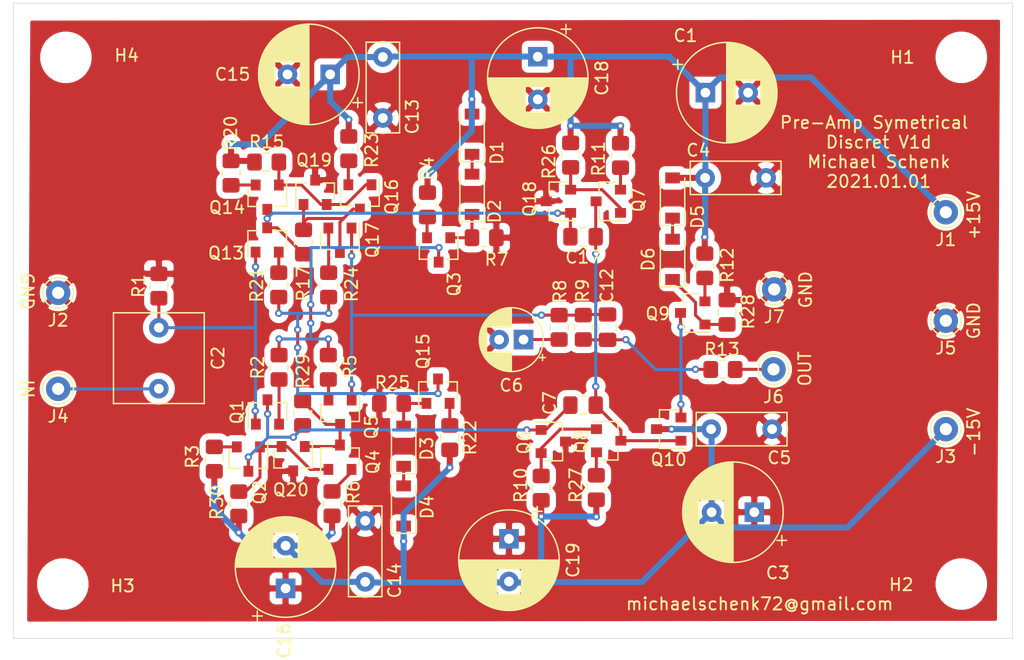
<source format=kicad_pcb>
(kicad_pcb (version 20171130) (host pcbnew "(5.1.8-0-10_14)")
  (layers (0 F.Cu signal) (31 B.Cu signal) (34 B.Paste user) (35 F.Paste user) (36 B.SilkS user) (37 F.SilkS user) (38 B.Mask user) (39 F.Mask user) (44 Edge.Cuts user))
  (net 0 "")
  (net 1 GND)
  (net 2 +15V)
  (net 3 "Net-(C2-Pad2)")
  (net 4 "Net-(C2-Pad1)")
  (net 5 -15V)
  (net 6 "Net-(C6-Pad1)")
  (net 7 "Net-(C7-Pad2)")
  (net 8 "Net-(D1-Pad1)")
  (net 9 "Net-(D2-Pad1)")
  (net 10 "Net-(J6-Pad1)")
  (net 11 "Net-(Q1-Pad2)")
  (net 12 "Net-(Q2-Pad2)")
  (net 13 "Net-(Q2-Pad1)")
  (net 14 "Net-(Q3-Pad3)")
  (net 15 "Net-(Q3-Pad2)")
  (net 16 "Net-(Q4-Pad2)")
  (net 17 "Net-(Q5-Pad2)")
  (net 18 "Net-(Q6-Pad2)")
  (net 19 "Net-(Q7-Pad2)")
  (net 20 "Net-(Q9-Pad2)")
  (net 21 "Net-(C12-Pad2)")
  (net 22 "Net-(C12-Pad1)")
  (net 23 "Net-(C17-Pad1)")
  (net 24 "Net-(C17-Pad2)")
  (net 25 "Net-(D3-Pad2)")
  (net 26 "Net-(D3-Pad1)")
  (net 27 "Net-(D5-Pad1)")
  (net 28 "Net-(D6-Pad1)")
  (net 29 "Net-(Q18-Pad2)")
  (net 30 "Net-(Q8-Pad2)")
  (net 31 "Net-(Q13-Pad2)")
  (net 32 "Net-(Q14-Pad2)")
  (net 33 "Net-(Q14-Pad1)")
  (net 34 "Net-(Q15-Pad3)")
  (net 35 "Net-(Q15-Pad2)")
  (net 36 "Net-(Q16-Pad2)")
  (net 37 "Net-(Q17-Pad2)")
  (net 38 "Net-(Q20-Pad1)")
  (net 39 "Net-(Q16-Pad3)")
  (module Capacitor_THT:CP_Radial_D8.0mm_P3.50mm (layer F.Cu) (at 178.6636 103.2256)
    (fp_text reference C1 (at -1.6383 -4.6736) (layer F.SilkS))
    (fp_text value 220uF)
    (pad 2 thru_hole circle (at 3.5 0) (size 1.6 1.6) (drill 0.8) (layers *.Cu *.Mask) (net 1 GND))
    (pad 1 thru_hole rect (at 0 0) (size 1.6 1.6) (drill 0.8) (layers *.Cu *.Mask) (net 2 +15V))
  )
  (module Resistor_SMD:R_0805_2012Metric_Pad1.20x1.40mm_HandSolder (layer F.Cu) (at 140.4112 136.9314 270)
    (fp_text reference R30 (at -0.127 1.8034 90) (layer F.SilkS))
    (fp_text value 1k)
    (pad 2 smd roundrect (at 1 0 270) (size 1.2 1.4) (layers F.Cu F.Paste F.Mask) (roundrect_rratio 0.2083325) (net 5 -15V))
    (pad 1 smd roundrect (at -1 0 270) (size 1.2 1.4) (layers F.Cu F.Paste F.Mask) (roundrect_rratio 0.2083325) (net 13 "Net-(Q2-Pad1)"))
  )
  (module Resistor_SMD:R_0805_2012Metric_Pad1.20x1.40mm_HandSolder (layer F.Cu) (at 145.6436 129.4986 270)
    (fp_text reference R29 (at -3.4638 -0.0254 90) (layer F.SilkS))
    (fp_text value 47k)
    (pad 2 smd roundrect (at 1 0 270) (size 1.2 1.4) (layers F.Cu F.Paste F.Mask) (roundrect_rratio 0.2083325) (net 7 "Net-(C7-Pad2)"))
    (pad 1 smd roundrect (at -1 0 270) (size 1.2 1.4) (layers F.Cu F.Paste F.Mask) (roundrect_rratio 0.2083325) (net 38 "Net-(Q20-Pad1)"))
  )
  (module Resistor_SMD:R_0805_2012Metric_Pad1.20x1.40mm_HandSolder (layer F.Cu) (at 145.7198 115.4684 270)
    (fp_text reference R17 (at 3.429 0.0254 90) (layer F.SilkS))
    (fp_text value 47k)
    (pad 2 smd roundrect (at 1 0 270) (size 1.2 1.4) (layers F.Cu F.Paste F.Mask) (roundrect_rratio 0.2083325) (net 24 "Net-(C17-Pad2)"))
    (pad 1 smd roundrect (at -1 0 270) (size 1.2 1.4) (layers F.Cu F.Paste F.Mask) (roundrect_rratio 0.2083325) (net 39 "Net-(Q16-Pad3)"))
  )
  (module Resistor_SMD:R_0805_2012Metric_Pad1.20x1.40mm_HandSolder (layer F.Cu) (at 142.6972 108.9152)
    (fp_text reference R15 (at 0 -1.65) (layer F.SilkS))
    (fp_text value 1k)
    (pad 2 smd roundrect (at 1 0) (size 1.2 1.4) (layers F.Cu F.Paste F.Mask) (roundrect_rratio 0.2083325) (net 33 "Net-(Q14-Pad1)"))
    (pad 1 smd roundrect (at -1 0) (size 1.2 1.4) (layers F.Cu F.Paste F.Mask) (roundrect_rratio 0.2083325) (net 2 +15V))
  )
  (module Package_TO_SOT_SMD:SOT-23 (layer F.Cu) (at 144.8714 133.2324 270)
    (fp_text reference Q20 (at 2.556 0.193 180) (layer F.SilkS))
    (fp_text value BC850C)
    (pad 3 smd rect (at 1 0 270) (size 0.9 0.8) (layers F.Cu F.Paste F.Mask) (net 1 GND))
    (pad 2 smd rect (at -1 0.95 270) (size 0.9 0.8) (layers F.Cu F.Paste F.Mask) (net 13 "Net-(Q2-Pad1)"))
    (pad 1 smd rect (at -1 -0.95 270) (size 0.9 0.8) (layers F.Cu F.Paste F.Mask) (net 38 "Net-(Q20-Pad1)"))
  )
  (module Package_TO_SOT_SMD:SOT-23 (layer F.Cu) (at 146.6698 111.395 90)
    (fp_text reference Q19 (at 2.6322 -0.0864 180) (layer F.SilkS))
    (fp_text value BC860C)
    (pad 3 smd rect (at 1 0 90) (size 0.9 0.8) (layers F.Cu F.Paste F.Mask) (net 1 GND))
    (pad 2 smd rect (at -1 0.95 90) (size 0.9 0.8) (layers F.Cu F.Paste F.Mask) (net 33 "Net-(Q14-Pad1)"))
    (pad 1 smd rect (at -1 -0.95 90) (size 0.9 0.8) (layers F.Cu F.Paste F.Mask) (net 39 "Net-(Q16-Pad3)"))
  )
  (module Capacitor_THT:CP_Radial_D8.0mm_P3.50mm (layer F.Cu) (at 162.56 139.8016 270)
    (fp_text reference C19 (at 1.75 -5.25 90) (layer F.SilkS))
    (fp_text value 220uF)
    (pad 2 thru_hole circle (at 3.5 0 270) (size 1.6 1.6) (drill 0.8) (layers *.Cu *.Mask) (net 5 -15V))
    (pad 1 thru_hole rect (at 0 0 270) (size 1.6 1.6) (drill 0.8) (layers *.Cu *.Mask) (net 1 GND))
  )
  (module Capacitor_THT:CP_Radial_D8.0mm_P3.50mm (layer F.Cu) (at 164.9222 100.2792 270)
    (fp_text reference C18 (at 1.75 -5.25 90) (layer F.SilkS))
    (fp_text value 220uF)
    (pad 2 thru_hole circle (at 3.5 0 270) (size 1.6 1.6) (drill 0.8) (layers *.Cu *.Mask) (net 1 GND))
    (pad 1 thru_hole rect (at 0 0 270) (size 1.6 1.6) (drill 0.8) (layers *.Cu *.Mask) (net 2 +15V))
  )
  (module Resistor_SMD:R_0805_2012Metric_Pad1.20x1.40mm_HandSolder (layer F.Cu) (at 138.4046 133.2644 270)
    (fp_text reference R3 (at -0.1938 1.8034 90) (layer F.SilkS))
    (fp_text value 68R)
    (pad 2 smd roundrect (at 1 0 270) (size 1.2 1.4) (layers F.Cu F.Paste F.Mask) (roundrect_rratio 0.2083325) (net 5 -15V))
    (pad 1 smd roundrect (at -1 0 270) (size 1.2 1.4) (layers F.Cu F.Paste F.Mask) (roundrect_rratio 0.2083325) (net 12 "Net-(Q2-Pad2)"))
  )
  (module Capacitor_THT:CP_Radial_D5.0mm_P2.00mm (layer F.Cu) (at 163.7538 123.4694 180)
    (fp_text reference C6 (at 1 -3.75) (layer F.SilkS))
    (fp_text value 100uF)
    (pad 2 thru_hole circle (at 2 0 180) (size 1.6 1.6) (drill 0.8) (layers *.Cu *.Mask) (net 1 GND))
    (pad 1 thru_hole rect (at 0 0 180) (size 1.6 1.6) (drill 0.8) (layers *.Cu *.Mask) (net 6 "Net-(C6-Pad1)"))
  )
  (module Package_TO_SOT_SMD:SOT-23 (layer F.Cu) (at 166.6146 112.1308 180)
    (fp_text reference Q18 (at 2.3528 0.193 90) (layer F.SilkS))
    (fp_text value BC860C)
    (pad 3 smd rect (at 1 0 180) (size 0.9 0.8) (layers F.Cu F.Paste F.Mask) (net 1 GND))
    (pad 2 smd rect (at -1 0.95 180) (size 0.9 0.8) (layers F.Cu F.Paste F.Mask) (net 29 "Net-(Q18-Pad2)"))
    (pad 1 smd rect (at -1 -0.95 180) (size 0.9 0.8) (layers F.Cu F.Paste F.Mask) (net 24 "Net-(C17-Pad2)"))
  )
  (module Resistor_SMD:R_0805_2012Metric_Pad1.20x1.40mm_HandSolder (layer F.Cu) (at 180.102 125.9205 180)
    (fp_text reference R13 (at 0.0795 1.651) (layer F.SilkS))
    (fp_text value 47R)
    (pad 2 smd roundrect (at 1 0 180) (size 1.2 1.4) (layers F.Cu F.Paste F.Mask) (roundrect_rratio 0.2083325) (net 22 "Net-(C12-Pad1)"))
    (pad 1 smd roundrect (at -1 0 180) (size 1.2 1.4) (layers F.Cu F.Paste F.Mask) (roundrect_rratio 0.2083325) (net 10 "Net-(J6-Pad1)"))
  )
  (module Resistor_SMD:R_0805_2012Metric_Pad1.20x1.40mm_HandSolder (layer F.Cu) (at 180.4416 121.2248 90)
    (fp_text reference R28 (at 0.0414 1.7145 90) (layer F.SilkS))
    (fp_text value 10k)
    (pad 2 smd roundrect (at 1 0 90) (size 1.2 1.4) (layers F.Cu F.Paste F.Mask) (roundrect_rratio 0.2083325) (net 1 GND))
    (pad 1 smd roundrect (at -1 0 90) (size 1.2 1.4) (layers F.Cu F.Paste F.Mask) (roundrect_rratio 0.2083325) (net 28 "Net-(D6-Pad1)"))
  )
  (module Resistor_SMD:R_0805_2012Metric_Pad1.20x1.40mm_HandSolder (layer F.Cu) (at 169.7228 135.5946 270)
    (fp_text reference R27 (at -0.1872 1.6764 90) (layer F.SilkS))
    (fp_text value 39R)
    (pad 2 smd roundrect (at 1 0 270) (size 1.2 1.4) (layers F.Cu F.Paste F.Mask) (roundrect_rratio 0.2083325) (net 5 -15V))
    (pad 1 smd roundrect (at -1 0 270) (size 1.2 1.4) (layers F.Cu F.Paste F.Mask) (roundrect_rratio 0.2083325) (net 30 "Net-(Q8-Pad2)"))
  )
  (module Resistor_SMD:R_0805_2012Metric_Pad1.20x1.40mm_HandSolder (layer F.Cu) (at 167.6146 108.347 270)
    (fp_text reference R26 (at 0.524 1.778 90) (layer F.SilkS))
    (fp_text value 2k2)
    (pad 2 smd roundrect (at 1 0 270) (size 1.2 1.4) (layers F.Cu F.Paste F.Mask) (roundrect_rratio 0.2083325) (net 29 "Net-(Q18-Pad2)"))
    (pad 1 smd roundrect (at -1 0 270) (size 1.2 1.4) (layers F.Cu F.Paste F.Mask) (roundrect_rratio 0.2083325) (net 2 +15V))
  )
  (module Resistor_SMD:R_0805_2012Metric_Pad1.20x1.40mm_HandSolder (layer F.Cu) (at 152.9334 128.7018)
    (fp_text reference R25 (at 0.0762 -1.7018) (layer F.SilkS))
    (fp_text value 10k)
    (pad 2 smd roundrect (at 1 0) (size 1.2 1.4) (layers F.Cu F.Paste F.Mask) (roundrect_rratio 0.2083325) (net 25 "Net-(D3-Pad2)"))
    (pad 1 smd roundrect (at -1 0) (size 1.2 1.4) (layers F.Cu F.Paste F.Mask) (roundrect_rratio 0.2083325) (net 1 GND))
  )
  (module Resistor_SMD:R_0805_2012Metric_Pad1.20x1.40mm_HandSolder (layer F.Cu) (at 147.7772 118.983 270)
    (fp_text reference R24 (at -0.0348 -1.8796 90) (layer F.SilkS))
    (fp_text value 100R)
    (pad 2 smd roundrect (at 1 0 270) (size 1.2 1.4) (layers F.Cu F.Paste F.Mask) (roundrect_rratio 0.2083325) (net 34 "Net-(Q15-Pad3)"))
    (pad 1 smd roundrect (at -1 0 270) (size 1.2 1.4) (layers F.Cu F.Paste F.Mask) (roundrect_rratio 0.2083325) (net 37 "Net-(Q17-Pad2)"))
  )
  (module Resistor_SMD:R_0805_2012Metric_Pad1.20x1.40mm_HandSolder (layer F.Cu) (at 149.4282 107.8136 270)
    (fp_text reference R23 (at 0.1364 -1.8796 90) (layer F.SilkS))
    (fp_text value 68R)
    (pad 2 smd roundrect (at 1 0 270) (size 1.2 1.4) (layers F.Cu F.Paste F.Mask) (roundrect_rratio 0.2083325) (net 36 "Net-(Q16-Pad2)"))
    (pad 1 smd roundrect (at -1 0 270) (size 1.2 1.4) (layers F.Cu F.Paste F.Mask) (roundrect_rratio 0.2083325) (net 2 +15V))
  )
  (module Resistor_SMD:R_0805_2012Metric_Pad1.20x1.40mm_HandSolder (layer F.Cu) (at 157.7086 131.5052 270)
    (fp_text reference R22 (at 0 -1.65 90) (layer F.SilkS))
    (fp_text value 100R)
    (pad 2 smd roundrect (at 1 0 270) (size 1.2 1.4) (layers F.Cu F.Paste F.Mask) (roundrect_rratio 0.2083325) (net 5 -15V))
    (pad 1 smd roundrect (at -1 0 270) (size 1.2 1.4) (layers F.Cu F.Paste F.Mask) (roundrect_rratio 0.2083325) (net 35 "Net-(Q15-Pad2)"))
  )
  (module Resistor_SMD:R_0805_2012Metric_Pad1.20x1.40mm_HandSolder (layer F.Cu) (at 143.6878 118.983 270)
    (fp_text reference R21 (at -0.0094 1.8034 90) (layer F.SilkS))
    (fp_text value 100R)
    (pad 2 smd roundrect (at 1 0 270) (size 1.2 1.4) (layers F.Cu F.Paste F.Mask) (roundrect_rratio 0.2083325) (net 34 "Net-(Q15-Pad3)"))
    (pad 1 smd roundrect (at -1 0 270) (size 1.2 1.4) (layers F.Cu F.Paste F.Mask) (roundrect_rratio 0.2083325) (net 31 "Net-(Q13-Pad2)"))
  )
  (module Resistor_SMD:R_0805_2012Metric_Pad1.20x1.40mm_HandSolder (layer F.Cu) (at 139.7762 109.8202 270)
    (fp_text reference R20 (at -3.2672 0.0254 90) (layer F.SilkS))
    (fp_text value 68R)
    (pad 2 smd roundrect (at 1 0 270) (size 1.2 1.4) (layers F.Cu F.Paste F.Mask) (roundrect_rratio 0.2083325) (net 32 "Net-(Q14-Pad2)"))
    (pad 1 smd roundrect (at -1 0 270) (size 1.2 1.4) (layers F.Cu F.Paste F.Mask) (roundrect_rratio 0.2083325) (net 2 +15V))
  )
  (module Package_TO_SOT_SMD:SOT-23 (layer F.Cu) (at 148.7018 115.3254 270)
    (fp_text reference Q17 (at -0.016 -2.667 90) (layer F.SilkS))
    (fp_text value BC850C)
    (pad 3 smd rect (at 1 0 270) (size 0.9 0.8) (layers F.Cu F.Paste F.Mask) (net 39 "Net-(Q16-Pad3)"))
    (pad 2 smd rect (at -1 0.95 270) (size 0.9 0.8) (layers F.Cu F.Paste F.Mask) (net 37 "Net-(Q17-Pad2)"))
    (pad 1 smd rect (at -1 -0.95 270) (size 0.9 0.8) (layers F.Cu F.Paste F.Mask) (net 21 "Net-(C12-Pad2)"))
  )
  (module Package_TO_SOT_SMD:SOT-23 (layer F.Cu) (at 150.3426 111.776 270)
    (fp_text reference Q16 (at -0.016 -2.6035 90) (layer F.SilkS))
    (fp_text value BC860C)
    (pad 3 smd rect (at 1 0 270) (size 0.9 0.8) (layers F.Cu F.Paste F.Mask) (net 39 "Net-(Q16-Pad3)"))
    (pad 2 smd rect (at -1 0.95 270) (size 0.9 0.8) (layers F.Cu F.Paste F.Mask) (net 36 "Net-(Q16-Pad2)"))
    (pad 1 smd rect (at -1 -0.95 270) (size 0.9 0.8) (layers F.Cu F.Paste F.Mask) (net 33 "Net-(Q14-Pad1)"))
  )
  (module Package_TO_SOT_SMD:SOT-23 (layer F.Cu) (at 156.7434 127.6952 90)
    (fp_text reference Q15 (at 3.2606 -1.2192 90) (layer F.SilkS))
    (fp_text value BC850C)
    (pad 3 smd rect (at 1 0 90) (size 0.9 0.8) (layers F.Cu F.Paste F.Mask) (net 34 "Net-(Q15-Pad3)"))
    (pad 2 smd rect (at -1 0.95 90) (size 0.9 0.8) (layers F.Cu F.Paste F.Mask) (net 35 "Net-(Q15-Pad2)"))
    (pad 1 smd rect (at -1 -0.95 90) (size 0.9 0.8) (layers F.Cu F.Paste F.Mask) (net 25 "Net-(D3-Pad2)"))
  )
  (module Package_TO_SOT_SMD:SOT-23 (layer F.Cu) (at 142.748 111.7948 270)
    (fp_text reference Q14 (at 0.8542 3.302) (layer F.SilkS))
    (fp_text value BC860C)
    (pad 3 smd rect (at 1 0 270) (size 0.9 0.8) (layers F.Cu F.Paste F.Mask) (net 24 "Net-(C17-Pad2)"))
    (pad 2 smd rect (at -1 0.95 270) (size 0.9 0.8) (layers F.Cu F.Paste F.Mask) (net 32 "Net-(Q14-Pad2)"))
    (pad 1 smd rect (at -1 -0.95 270) (size 0.9 0.8) (layers F.Cu F.Paste F.Mask) (net 33 "Net-(Q14-Pad1)"))
  )
  (module Package_TO_SOT_SMD:SOT-23 (layer F.Cu) (at 142.7378 115.3 90)
    (fp_text reference Q13 (at -1.0828 -3.368 180) (layer F.SilkS))
    (fp_text value BC850C)
    (pad 3 smd rect (at 1 0 90) (size 0.9 0.8) (layers F.Cu F.Paste F.Mask) (net 24 "Net-(C17-Pad2)"))
    (pad 2 smd rect (at -1 0.95 90) (size 0.9 0.8) (layers F.Cu F.Paste F.Mask) (net 31 "Net-(Q13-Pad2)"))
    (pad 1 smd rect (at -1 -0.95 90) (size 0.9 0.8) (layers F.Cu F.Paste F.Mask) (net 4 "Net-(C2-Pad1)"))
  )
  (module Diode_SMD:D_SOD-123 (layer F.Cu) (at 175.9712 116.8908 90)
    (fp_text reference D6 (at 0 -2 90) (layer F.SilkS))
    (fp_text value 1N4148W)
    (pad 2 smd rect (at 1.65 0 90) (size 0.9 1.2) (layers F.Cu F.Paste F.Mask) (net 27 "Net-(D5-Pad1)"))
    (pad 1 smd rect (at -1.65 0 90) (size 0.9 1.2) (layers F.Cu F.Paste F.Mask) (net 28 "Net-(D6-Pad1)"))
  )
  (module Diode_SMD:D_SOD-123 (layer F.Cu) (at 175.9712 111.8626 90)
    (fp_text reference D5 (at -1.5484 2.0574 90) (layer F.SilkS))
    (fp_text value 1N4148W)
    (pad 2 smd rect (at 1.65 0 90) (size 0.9 1.2) (layers F.Cu F.Paste F.Mask) (net 2 +15V))
    (pad 1 smd rect (at -1.65 0 90) (size 0.9 1.2) (layers F.Cu F.Paste F.Mask) (net 27 "Net-(D5-Pad1)"))
  )
  (module Diode_SMD:D_SOD-123 (layer F.Cu) (at 153.924 137.1082 90)
    (fp_text reference D4 (at -0.1026 1.9304 90) (layer F.SilkS))
    (fp_text value 1N4148W)
    (pad 2 smd rect (at 1.65 0 90) (size 0.9 1.2) (layers F.Cu F.Paste F.Mask) (net 26 "Net-(D3-Pad1)"))
    (pad 1 smd rect (at -1.65 0 90) (size 0.9 1.2) (layers F.Cu F.Paste F.Mask) (net 5 -15V))
  )
  (module Diode_SMD:D_SOD-123 (layer F.Cu) (at 153.924 132.207 90)
    (fp_text reference D3 (at -0.2032 1.905 90) (layer F.SilkS))
    (fp_text value 1N4148W)
    (pad 2 smd rect (at 1.65 0 90) (size 0.9 1.2) (layers F.Cu F.Paste F.Mask) (net 25 "Net-(D3-Pad2)"))
    (pad 1 smd rect (at -1.65 0 90) (size 0.9 1.2) (layers F.Cu F.Paste F.Mask) (net 26 "Net-(D3-Pad1)"))
  )
  (module Capacitor_SMD:C_0805_2012Metric_Pad1.18x1.45mm_HandSolder (layer F.Cu) (at 168.6345 115.0366 180)
    (fp_text reference C17 (at 0 -1.68) (layer F.SilkS))
    (fp_text value 270pF)
    (pad 2 smd roundrect (at 1.0375 0 180) (size 1.175 1.45) (layers F.Cu F.Paste F.Mask) (roundrect_rratio 0.2127659574468085) (net 24 "Net-(C17-Pad2)"))
    (pad 1 smd roundrect (at -1.0375 0 180) (size 1.175 1.45) (layers F.Cu F.Paste F.Mask) (roundrect_rratio 0.2127659574468085) (net 23 "Net-(C17-Pad1)"))
  )
  (module Capacitor_THT:CP_Radial_D8.0mm_P3.50mm (layer F.Cu) (at 144.2466 143.8656 90)
    (fp_text reference C16 (at -4.2926 -0.127 90) (layer F.SilkS))
    (fp_text value 220uF)
    (pad 2 thru_hole circle (at 3.5 0 90) (size 1.6 1.6) (drill 0.8) (layers *.Cu *.Mask) (net 5 -15V))
    (pad 1 thru_hole rect (at 0 0 90) (size 1.6 1.6) (drill 0.8) (layers *.Cu *.Mask) (net 1 GND))
  )
  (module Capacitor_THT:CP_Radial_D8.0mm_P3.50mm (layer F.Cu) (at 147.9042 101.727 180)
    (fp_text reference C15 (at 8.001 0) (layer F.SilkS))
    (fp_text value 220uF)
    (pad 2 thru_hole circle (at 3.5 0 180) (size 1.6 1.6) (drill 0.8) (layers *.Cu *.Mask) (net 1 GND))
    (pad 1 thru_hole rect (at 0 0 180) (size 1.6 1.6) (drill 0.8) (layers *.Cu *.Mask) (net 2 +15V))
  )
  (module Capacitor_THT:CP_Radial_D8.0mm_P3.50mm (layer F.Cu) (at 182.6716 137.6172 180)
    (fp_text reference C3 (at -1.9304 -4.9784) (layer F.SilkS))
    (fp_text value 220uF)
    (pad 2 thru_hole circle (at 3.5 0 180) (size 1.6 1.6) (drill 0.8) (layers *.Cu *.Mask) (net 5 -15V))
    (pad 1 thru_hole rect (at 0 0 180) (size 1.6 1.6) (drill 0.8) (layers *.Cu *.Mask) (net 1 GND))
  )
  (module Capacitor_THT:C_Rect_L7.2mm_W2.5mm_P5.00mm_FKS2_FKP2_MKS2_MKP2 (layer F.Cu) (at 150.7744 143.3284 90)
    (fp_text reference C14 (at 0.0978 2.413 90) (layer F.SilkS))
    (fp_text value 100nF)
    (pad 2 thru_hole circle (at 5 0 90) (size 1.6 1.6) (drill 0.8) (layers *.Cu *.Mask) (net 1 GND))
    (pad 1 thru_hole circle (at 0 0 90) (size 1.6 1.6) (drill 0.8) (layers *.Cu *.Mask) (net 5 -15V))
  )
  (module Capacitor_THT:C_Rect_L7.2mm_W2.5mm_P5.00mm_FKS2_FKP2_MKS2_MKP2 (layer F.Cu) (at 152.2222 105.3046 90)
    (fp_text reference C13 (at 0.1105 2.413 90) (layer F.SilkS))
    (fp_text value 100nF)
    (pad 2 thru_hole circle (at 5 0 90) (size 1.6 1.6) (drill 0.8) (layers *.Cu *.Mask) (net 2 +15V))
    (pad 1 thru_hole circle (at 0 0 90) (size 1.6 1.6) (drill 0.8) (layers *.Cu *.Mask) (net 1 GND))
  )
  (module Capacitor_THT:C_Rect_L7.2mm_W2.5mm_P5.00mm_FKS2_FKP2_MKS2_MKP2 (layer F.Cu) (at 179.1335 130.81)
    (fp_text reference C5 (at 5.588 2.3495) (layer F.SilkS))
    (fp_text value 100nF)
    (pad 2 thru_hole circle (at 5 0) (size 1.6 1.6) (drill 0.8) (layers *.Cu *.Mask) (net 1 GND))
    (pad 1 thru_hole circle (at 0 0) (size 1.6 1.6) (drill 0.8) (layers *.Cu *.Mask) (net 5 -15V))
  )
  (module Capacitor_THT:C_Rect_L7.2mm_W2.5mm_P5.00mm_FKS2_FKP2_MKS2_MKP2 (layer F.Cu) (at 183.642 110.2106 180)
    (fp_text reference C4 (at 5.5626 2.2606) (layer F.SilkS))
    (fp_text value 100nF)
    (pad 2 thru_hole circle (at 5 0 180) (size 1.6 1.6) (drill 0.8) (layers *.Cu *.Mask) (net 2 +15V))
    (pad 1 thru_hole circle (at 0 0 180) (size 1.6 1.6) (drill 0.8) (layers *.Cu *.Mask) (net 1 GND))
  )
  (module Connector_Pin:Pin_D1.0mm_L10.0mm (layer F.Cu) (at 184.3024 119.3546)
    (fp_text reference J7 (at 0 2.25) (layer F.SilkS))
    (fp_text value Conn_01x01)
    (pad 1 thru_hole circle (at 0 0) (size 2 2) (drill 1) (layers *.Cu *.Mask) (net 1 GND))
  )
  (module Connector_Pin:Pin_D1.0mm_L10.0mm (layer F.Cu) (at 184.2516 125.9078)
    (fp_text reference J6 (at 0 2.25) (layer F.SilkS))
    (fp_text value Conn_01x01)
    (pad 1 thru_hole circle (at 0 0) (size 2 2) (drill 1) (layers *.Cu *.Mask) (net 10 "Net-(J6-Pad1)"))
  )
  (module Connector_Pin:Pin_D1.0mm_L10.0mm (layer F.Cu) (at 198.374 121.92)
    (fp_text reference J5 (at 0 2.25) (layer F.SilkS))
    (fp_text value Conn_01x01)
    (pad 1 thru_hole circle (at 0 0) (size 2 2) (drill 1) (layers *.Cu *.Mask) (net 1 GND))
  )
  (module Connector_Pin:Pin_D1.0mm_L10.0mm (layer F.Cu) (at 125.603 127.508)
    (fp_text reference J4 (at 0 2.25) (layer F.SilkS))
    (fp_text value Conn_01x01)
    (pad 1 thru_hole circle (at 0 0) (size 2 2) (drill 1) (layers *.Cu *.Mask) (net 3 "Net-(C2-Pad2)"))
  )
  (module Connector_Pin:Pin_D1.0mm_L10.0mm (layer F.Cu) (at 198.374 130.81)
    (fp_text reference J3 (at 0 2.25) (layer F.SilkS))
    (fp_text value Conn_01x01)
    (pad 1 thru_hole circle (at 0 0) (size 2 2) (drill 1) (layers *.Cu *.Mask) (net 5 -15V))
  )
  (module Connector_Pin:Pin_D1.0mm_L10.0mm (layer F.Cu) (at 125.603 119.634)
    (fp_text reference J2 (at 0 2.25) (layer F.SilkS))
    (fp_text value Conn_01x01)
    (pad 1 thru_hole circle (at 0 0) (size 2 2) (drill 1) (layers *.Cu *.Mask) (net 1 GND))
  )
  (module Connector_Pin:Pin_D1.0mm_L10.0mm (layer F.Cu) (at 198.374 113.03)
    (fp_text reference J1 (at 0 2.25) (layer F.SilkS))
    (fp_text value Conn_01x01)
    (pad 1 thru_hole circle (at 0 0) (size 2 2) (drill 1) (layers *.Cu *.Mask) (net 2 +15V))
  )
  (module Package_TO_SOT_SMD:SOT-23 (layer F.Cu) (at 148.7068 133.112 90)
    (fp_text reference Q4 (at -0.3904 2.7026 270) (layer F.SilkS))
    (fp_text value BC850C)
    (pad 3 smd rect (at 1 0 90) (size 0.9 0.8) (layers F.Cu F.Paste F.Mask) (net 38 "Net-(Q20-Pad1)"))
    (pad 2 smd rect (at -1 0.95 90) (size 0.9 0.8) (layers F.Cu F.Paste F.Mask) (net 16 "Net-(Q4-Pad2)"))
    (pad 1 smd rect (at -1 -0.95 90) (size 0.9 0.8) (layers F.Cu F.Paste F.Mask) (net 13 "Net-(Q2-Pad1)"))
  )
  (module Package_TO_SOT_SMD:SOT-23 (layer F.Cu) (at 175.657 130.8075 180)
    (fp_text reference Q10 (at 0 -2.5) (layer F.SilkS))
    (fp_text value BC860C)
    (pad 3 smd rect (at 1 0 180) (size 0.9 0.8) (layers F.Cu F.Paste F.Mask) (net 5 -15V))
    (pad 2 smd rect (at -1 0.95 180) (size 0.9 0.8) (layers F.Cu F.Paste F.Mask) (net 22 "Net-(C12-Pad1)"))
    (pad 1 smd rect (at -1 -0.95 180) (size 0.9 0.8) (layers F.Cu F.Paste F.Mask) (net 23 "Net-(C17-Pad1)"))
  )
  (module Resistor_SMD:R_0805_2012Metric_Pad1.20x1.40mm_HandSolder (layer F.Cu) (at 155.8798 112.4204 270)
    (fp_text reference R4 (at -2.9685 0 90) (layer F.SilkS))
    (fp_text value 100R)
    (pad 2 smd roundrect (at 1 0 270) (size 1.2 1.4) (layers F.Cu F.Paste F.Mask) (roundrect_rratio 0.2083325) (net 15 "Net-(Q3-Pad2)"))
    (pad 1 smd roundrect (at -1 0 270) (size 1.2 1.4) (layers F.Cu F.Paste F.Mask) (roundrect_rratio 0.2083325) (net 2 +15V))
  )
  (module Capacitor_SMD:C_0805_2012Metric_Pad1.18x1.45mm_HandSolder (layer F.Cu) (at 168.6345 128.8415 180)
    (fp_text reference C7 (at 2.7471 0.1651 90) (layer F.SilkS))
    (fp_text value 270pF)
    (pad 2 smd roundrect (at 1.0375 0 180) (size 1.175 1.45) (layers F.Cu F.Paste F.Mask) (roundrect_rratio 0.2127659574468085) (net 7 "Net-(C7-Pad2)"))
    (pad 1 smd roundrect (at -1.0375 0 180) (size 1.175 1.45) (layers F.Cu F.Paste F.Mask) (roundrect_rratio 0.2127659574468085) (net 23 "Net-(C17-Pad1)"))
  )
  (module Capacitor_SMD:C_0805_2012Metric_Pad1.18x1.45mm_HandSolder (layer F.Cu) (at 170.6372 122.4495 90)
    (fp_text reference C12 (at 3.3821 -0.0508 90) (layer F.SilkS))
    (fp_text value 6.8pF)
    (pad 2 smd roundrect (at 1.0375 0 90) (size 1.175 1.45) (layers F.Cu F.Paste F.Mask) (roundrect_rratio 0.2127659574468085) (net 21 "Net-(C12-Pad2)"))
    (pad 1 smd roundrect (at -1.0375 0 90) (size 1.175 1.45) (layers F.Cu F.Paste F.Mask) (roundrect_rratio 0.2127659574468085) (net 22 "Net-(C12-Pad1)"))
  )
  (module Package_TO_SOT_SMD:SOT-23 (layer F.Cu) (at 177.6255 121.2825 180)
    (fp_text reference Q9 (at 2.8735 -0.066) (layer F.SilkS))
    (fp_text value BC860C)
    (pad 1 smd rect (at -1 -0.95 180) (size 0.9 0.8) (layers F.Cu F.Paste F.Mask) (net 28 "Net-(D6-Pad1)"))
    (pad 2 smd rect (at -1 0.95 180) (size 0.9 0.8) (layers F.Cu F.Paste F.Mask) (net 20 "Net-(Q9-Pad2)"))
    (pad 3 smd rect (at 1 0 180) (size 0.9 0.8) (layers F.Cu F.Paste F.Mask) (net 22 "Net-(C12-Pad1)"))
  )
  (module Resistor_SMD:R_0805_2012Metric_Pad1.20x1.40mm_HandSolder (layer F.Cu) (at 133.858 119.0752 90)
    (fp_text reference R1 (at 0 -1.65 90) (layer F.SilkS))
    (fp_text value 10k)
    (pad 2 smd roundrect (at 1 0 90) (size 1.2 1.4) (layers F.Cu F.Paste F.Mask) (roundrect_rratio 0.2083325) (net 1 GND))
    (pad 1 smd roundrect (at -1 0 90) (size 1.2 1.4) (layers F.Cu F.Paste F.Mask) (roundrect_rratio 0.2083325) (net 4 "Net-(C2-Pad1)"))
  )
  (module Resistor_SMD:R_0805_2012Metric_Pad1.20x1.40mm_HandSolder (layer F.Cu) (at 178.6128 117.4148 270)
    (fp_text reference R12 (at -0.0475 -1.8415 90) (layer F.SilkS))
    (fp_text value 100R)
    (pad 2 smd roundrect (at 1 0 270) (size 1.2 1.4) (layers F.Cu F.Paste F.Mask) (roundrect_rratio 0.2083325) (net 20 "Net-(Q9-Pad2)"))
    (pad 1 smd roundrect (at -1 0 270) (size 1.2 1.4) (layers F.Cu F.Paste F.Mask) (roundrect_rratio 0.2083325) (net 2 +15V))
  )
  (module Resistor_SMD:R_0805_2012Metric_Pad1.20x1.40mm_HandSolder (layer F.Cu) (at 171.704 108.3724 270)
    (fp_text reference R11 (at 0.2634 1.8034 90) (layer F.SilkS))
    (fp_text value 39R)
    (pad 2 smd roundrect (at 1 0 270) (size 1.2 1.4) (layers F.Cu F.Paste F.Mask) (roundrect_rratio 0.2083325) (net 19 "Net-(Q7-Pad2)"))
    (pad 1 smd roundrect (at -1 0 270) (size 1.2 1.4) (layers F.Cu F.Paste F.Mask) (roundrect_rratio 0.2083325) (net 2 +15V))
  )
  (module Resistor_SMD:R_0805_2012Metric_Pad1.20x1.40mm_HandSolder (layer F.Cu) (at 165.2016 135.6454 270)
    (fp_text reference R10 (at -0.238 1.6764 90) (layer F.SilkS))
    (fp_text value 2k2)
    (pad 2 smd roundrect (at 1 0 270) (size 1.2 1.4) (layers F.Cu F.Paste F.Mask) (roundrect_rratio 0.2083325) (net 5 -15V))
    (pad 1 smd roundrect (at -1 0 270) (size 1.2 1.4) (layers F.Cu F.Paste F.Mask) (roundrect_rratio 0.2083325) (net 18 "Net-(Q6-Pad2)"))
  )
  (module Resistor_SMD:R_0805_2012Metric_Pad1.20x1.40mm_HandSolder (layer F.Cu) (at 168.656 122.4628 90)
    (fp_text reference R9 (at 3.0005 -0.0635 90) (layer F.SilkS))
    (fp_text value 10k)
    (pad 2 smd roundrect (at 1 0 90) (size 1.2 1.4) (layers F.Cu F.Paste F.Mask) (roundrect_rratio 0.2083325) (net 21 "Net-(C12-Pad2)"))
    (pad 1 smd roundrect (at -1 0 90) (size 1.2 1.4) (layers F.Cu F.Paste F.Mask) (roundrect_rratio 0.2083325) (net 22 "Net-(C12-Pad1)"))
  )
  (module Resistor_SMD:R_0805_2012Metric_Pad1.20x1.40mm_HandSolder (layer F.Cu) (at 166.6748 122.4628 270)
    (fp_text reference R8 (at -2.937 -0.0635 90) (layer F.SilkS))
    (fp_text value 10k)
    (pad 2 smd roundrect (at 1 0 270) (size 1.2 1.4) (layers F.Cu F.Paste F.Mask) (roundrect_rratio 0.2083325) (net 6 "Net-(C6-Pad1)"))
    (pad 1 smd roundrect (at -1 0 270) (size 1.2 1.4) (layers F.Cu F.Paste F.Mask) (roundrect_rratio 0.2083325) (net 21 "Net-(C12-Pad2)"))
  )
  (module Resistor_SMD:R_0805_2012Metric_Pad1.20x1.40mm_HandSolder (layer F.Cu) (at 160.528 115.1128)
    (fp_text reference R7 (at 1.016 1.778) (layer F.SilkS))
    (fp_text value 10k)
    (pad 2 smd roundrect (at 1 0) (size 1.2 1.4) (layers F.Cu F.Paste F.Mask) (roundrect_rratio 0.2083325) (net 1 GND))
    (pad 1 smd roundrect (at -1 0) (size 1.2 1.4) (layers F.Cu F.Paste F.Mask) (roundrect_rratio 0.2083325) (net 9 "Net-(D2-Pad1)"))
  )
  (module Resistor_SMD:R_0805_2012Metric_Pad1.20x1.40mm_HandSolder (layer F.Cu) (at 148.0566 136.9154 270)
    (fp_text reference R6 (at -0.9238 -1.7272 90) (layer F.SilkS))
    (fp_text value 68R)
    (pad 2 smd roundrect (at 1 0 270) (size 1.2 1.4) (layers F.Cu F.Paste F.Mask) (roundrect_rratio 0.2083325) (net 5 -15V))
    (pad 1 smd roundrect (at -1 0 270) (size 1.2 1.4) (layers F.Cu F.Paste F.Mask) (roundrect_rratio 0.2083325) (net 16 "Net-(Q4-Pad2)"))
  )
  (module Resistor_SMD:R_0805_2012Metric_Pad1.20x1.40mm_HandSolder (layer F.Cu) (at 147.7518 125.7394 270)
    (fp_text reference R5 (at -0.0602 -1.778 90) (layer F.SilkS))
    (fp_text value 100R)
    (pad 2 smd roundrect (at 1 0 270) (size 1.2 1.4) (layers F.Cu F.Paste F.Mask) (roundrect_rratio 0.2083325) (net 17 "Net-(Q5-Pad2)"))
    (pad 1 smd roundrect (at -1 0 270) (size 1.2 1.4) (layers F.Cu F.Paste F.Mask) (roundrect_rratio 0.2083325) (net 14 "Net-(Q3-Pad3)"))
  )
  (module Resistor_SMD:R_0805_2012Metric_Pad1.20x1.40mm_HandSolder (layer F.Cu) (at 143.7132 125.7394 270)
    (fp_text reference R2 (at 0.016 1.7526 90) (layer F.SilkS))
    (fp_text value 100R)
    (pad 2 smd roundrect (at 1 0 270) (size 1.2 1.4) (layers F.Cu F.Paste F.Mask) (roundrect_rratio 0.2083325) (net 11 "Net-(Q1-Pad2)"))
    (pad 1 smd roundrect (at -1 0 270) (size 1.2 1.4) (layers F.Cu F.Paste F.Mask) (roundrect_rratio 0.2083325) (net 14 "Net-(Q3-Pad3)"))
  )
  (module Package_TO_SOT_SMD:SOT-23 (layer F.Cu) (at 170.7355 131.76)
    (fp_text reference Q8 (at -2.2573 0.0406 90) (layer F.SilkS))
    (fp_text value BC850C)
    (pad 3 smd rect (at 1 0) (size 0.9 0.8) (layers F.Cu F.Paste F.Mask) (net 23 "Net-(C17-Pad1)"))
    (pad 2 smd rect (at -1 0.95) (size 0.9 0.8) (layers F.Cu F.Paste F.Mask) (net 30 "Net-(Q8-Pad2)"))
    (pad 1 smd rect (at -1 -0.95) (size 0.9 0.8) (layers F.Cu F.Paste F.Mask) (net 18 "Net-(Q6-Pad2)"))
  )
  (module Package_TO_SOT_SMD:SOT-23 (layer F.Cu) (at 170.704 112.1308 180)
    (fp_text reference Q7 (at -2.4732 0.1168 90) (layer F.SilkS))
    (fp_text value BC860C)
    (pad 3 smd rect (at 1 0 180) (size 0.9 0.8) (layers F.Cu F.Paste F.Mask) (net 23 "Net-(C17-Pad1)"))
    (pad 2 smd rect (at -1 0.95 180) (size 0.9 0.8) (layers F.Cu F.Paste F.Mask) (net 19 "Net-(Q7-Pad2)"))
    (pad 1 smd rect (at -1 -0.95 180) (size 0.9 0.8) (layers F.Cu F.Paste F.Mask) (net 29 "Net-(Q18-Pad2)"))
  )
  (module Package_TO_SOT_SMD:SOT-23 (layer F.Cu) (at 166.1955 131.826)
    (fp_text reference Q6 (at -2.4163 0.0508 90) (layer F.SilkS))
    (fp_text value BC850C)
    (pad 3 smd rect (at 1 0) (size 0.9 0.8) (layers F.Cu F.Paste F.Mask) (net 1 GND))
    (pad 2 smd rect (at -1 0.95) (size 0.9 0.8) (layers F.Cu F.Paste F.Mask) (net 18 "Net-(Q6-Pad2)"))
    (pad 1 smd rect (at -1 -0.95) (size 0.9 0.8) (layers F.Cu F.Paste F.Mask) (net 7 "Net-(C7-Pad2)"))
  )
  (module Package_TO_SOT_SMD:SOT-23 (layer F.Cu) (at 148.717 129.4224 270)
    (fp_text reference Q5 (at 1.2098 -2.5654 90) (layer F.SilkS))
    (fp_text value BC860C)
    (pad 3 smd rect (at 1 0 270) (size 0.9 0.8) (layers F.Cu F.Paste F.Mask) (net 38 "Net-(Q20-Pad1)"))
    (pad 2 smd rect (at -1 0.95 270) (size 0.9 0.8) (layers F.Cu F.Paste F.Mask) (net 17 "Net-(Q5-Pad2)"))
    (pad 1 smd rect (at -1 -0.95 270) (size 0.9 0.8) (layers F.Cu F.Paste F.Mask) (net 21 "Net-(C12-Pad2)"))
  )
  (module Package_TO_SOT_SMD:SOT-23 (layer F.Cu) (at 156.7942 116.1194 270)
    (fp_text reference Q3 (at 2.81 -1.2675 90) (layer F.SilkS))
    (fp_text value BC860C)
    (pad 3 smd rect (at 1 0 270) (size 0.9 0.8) (layers F.Cu F.Paste F.Mask) (net 14 "Net-(Q3-Pad3)"))
    (pad 2 smd rect (at -1 0.95 270) (size 0.9 0.8) (layers F.Cu F.Paste F.Mask) (net 15 "Net-(Q3-Pad2)"))
    (pad 1 smd rect (at -1 -0.95 270) (size 0.9 0.8) (layers F.Cu F.Paste F.Mask) (net 9 "Net-(D2-Pad1)"))
  )
  (module Package_TO_SOT_SMD:SOT-23 (layer F.Cu) (at 141.1986 133.2644 270)
    (fp_text reference Q2 (at 2.7272 -0.9144 270) (layer F.SilkS))
    (fp_text value BC850C)
    (pad 3 smd rect (at 1 0 270) (size 0.9 0.8) (layers F.Cu F.Paste F.Mask) (net 7 "Net-(C7-Pad2)"))
    (pad 2 smd rect (at -1 0.95 270) (size 0.9 0.8) (layers F.Cu F.Paste F.Mask) (net 12 "Net-(Q2-Pad2)"))
    (pad 1 smd rect (at -1 -0.95 270) (size 0.9 0.8) (layers F.Cu F.Paste F.Mask) (net 13 "Net-(Q2-Pad1)"))
  )
  (module Package_TO_SOT_SMD:SOT-23 (layer F.Cu) (at 142.7632 129.4036 90)
    (fp_text reference Q1 (at 0 -2.5 90) (layer F.SilkS))
    (fp_text value BC860C)
    (pad 3 smd rect (at 1 0 90) (size 0.9 0.8) (layers F.Cu F.Paste F.Mask) (net 7 "Net-(C7-Pad2)"))
    (pad 2 smd rect (at -1 0.95 90) (size 0.9 0.8) (layers F.Cu F.Paste F.Mask) (net 11 "Net-(Q1-Pad2)"))
    (pad 1 smd rect (at -1 -0.95 90) (size 0.9 0.8) (layers F.Cu F.Paste F.Mask) (net 4 "Net-(C2-Pad1)"))
  )
  (module MountingHole:MountingHole_3.2mm_M3 (layer F.Cu) (at 126.238 100.33)
    (fp_text reference H4 (at 4.9784 -0.1524) (layer F.SilkS))
    (fp_text value MountingHole)
    (pad 1 np_thru_hole circle (at 0 0) (size 3.2 3.2) (drill 3.2) (layers *.Cu *.Mask))
  )
  (module MountingHole:MountingHole_3.2mm_M3 (layer F.Cu) (at 125.984 143.51)
    (fp_text reference H3 (at 4.9022 0.1524) (layer F.SilkS))
    (fp_text value MountingHole)
    (pad 1 np_thru_hole circle (at 0 0) (size 3.2 3.2) (drill 3.2) (layers *.Cu *.Mask))
  )
  (module MountingHole:MountingHole_3.2mm_M3 (layer F.Cu) (at 199.644 143.51)
    (fp_text reference H2 (at -4.9276 0.0508) (layer F.SilkS))
    (fp_text value MountingHole)
    (pad 1 np_thru_hole circle (at 0 0) (size 3.2 3.2) (drill 3.2) (layers *.Cu *.Mask))
  )
  (module MountingHole:MountingHole_3.2mm_M3 (layer F.Cu) (at 199.644 100.33)
    (fp_text reference H1 (at -4.826 0) (layer F.SilkS))
    (fp_text value MountingHole)
    (pad 1 np_thru_hole circle (at 0 0) (size 3.2 3.2) (drill 3.2) (layers *.Cu *.Mask))
  )
  (module Diode_SMD:D_SOD-123 (layer F.Cu) (at 159.5374 111.5568 90)
    (fp_text reference D2 (at -1.397 1.8415 90) (layer F.SilkS))
    (fp_text value 1N4148W)
    (pad 2 smd rect (at 1.65 0 90) (size 0.9 1.2) (layers F.Cu F.Paste F.Mask) (net 8 "Net-(D1-Pad1)"))
    (pad 1 smd rect (at -1.65 0 90) (size 0.9 1.2) (layers F.Cu F.Paste F.Mask) (net 9 "Net-(D2-Pad1)"))
  )
  (module Diode_SMD:D_SOD-123 (layer F.Cu) (at 159.5374 106.6302 90)
    (fp_text reference D1 (at -1.525 2.032 90) (layer F.SilkS))
    (fp_text value 1N4148W)
    (pad 2 smd rect (at 1.65 0 90) (size 0.9 1.2) (layers F.Cu F.Paste F.Mask) (net 2 +15V))
    (pad 1 smd rect (at -1.65 0 90) (size 0.9 1.2) (layers F.Cu F.Paste F.Mask) (net 8 "Net-(D1-Pad1)"))
  )
  (module Capacitor_THT:C_Rect_L7.2mm_W7.2mm_P5.00mm_FKS2_FKP2_MKS2_MKP2 (layer F.Cu) (at 133.858 122.4915 270)
    (fp_text reference C2 (at 2.5 -4.85 90) (layer F.SilkS))
    (fp_text value 3.3uF)
    (pad 2 thru_hole circle (at 5 0 270) (size 1.6 1.6) (drill 0.8) (layers *.Cu *.Mask) (net 3 "Net-(C2-Pad2)"))
    (pad 1 thru_hole circle (at 0 0 270) (size 1.6 1.6) (drill 0.8) (layers *.Cu *.Mask) (net 4 "Net-(C2-Pad1)"))
  )
  (gr_text -15V (at 200.66 131.064 90) (layer F.SilkS) (effects (font (size 1 1))))
  (gr_text michaelschenk72@gmail.com (at 183.1086 145.1356) (layer F.SilkS) (effects (font (size 1 1))))
  (gr_text "Pre-Amp Symetrical \nDiscret V1d\nMichael Schenk\n2021.01.01" (at 192.8749 108.0897) (layer F.SilkS) (effects (font (size 1 1))))
  (gr_line (start 203.835 95.885) (end 121.92 95.885) (layer Edge.Cuts) (width 0.05))
  (gr_line (start 203.835 147.955) (end 203.835 95.885) (layer Edge.Cuts) (width 0.05))
  (gr_line (start 121.92 147.955) (end 203.835 147.955) (layer Edge.Cuts) (width 0.05))
  (gr_line (start 121.92 96.52) (end 121.92 147.955) (layer Edge.Cuts) (width 0.05))
  (gr_line (start 121.92 95.885) (end 121.92 96.52) (layer Edge.Cuts) (width 0.05))
  (gr_text GND (at 186.8805 119.38 90) (layer F.SilkS) (effects (font (size 1 1))))
  (gr_text OUT (at 186.817 125.857 90) (layer F.SilkS) (effects (font (size 1 1))))
  (gr_text GND (at 123.063 119.507 270) (layer F.SilkS) (effects (font (size 1 1))))
  (gr_text IN (at 123.063 127.508 270) (layer F.SilkS) (effects (font (size 1 1))))
  (gr_text GND (at 200.66 121.92 90) (layer F.SilkS) (effects (font (size 1 1))))
  (gr_text +15V (at 200.66 113.284 90) (layer F.SilkS) (effects (font (size 1 1))))
  (segment (start 157.226 100.2665) (end 157.226 100.2665) (width 0.5) (layer B.Cu) (net 2))
  (segment (start 175.9732 110.2106) (end 175.9712 110.2126) (width 0.5) (layer F.Cu) (net 2))
  (segment (start 178.642 110.2106) (end 175.9732 110.2106) (width 0.5) (layer F.Cu) (net 2))
  (via (at 178.6128 115.062) (size 0.6) (drill 0.3) (layers F.Cu B.Cu) (net 2))
  (segment (start 178.642 115.0328) (end 178.6128 115.062) (width 0.5) (layer B.Cu) (net 2))
  (segment (start 178.642 110.2106) (end 178.642 115.0328) (width 0.5) (layer B.Cu) (net 2))
  (segment (start 178.6128 115.062) (end 178.6128 116.4148) (width 0.5) (layer F.Cu) (net 2))
  (segment (start 167.64 107.3724) (end 167.6146 107.347) (width 0.25) (layer F.Cu) (net 2))
  (via (at 167.6146 105.9434) (size 0.6) (drill 0.3) (layers F.Cu B.Cu) (net 2))
  (segment (start 167.6146 107.347) (end 167.6146 105.9434) (width 0.5) (layer F.Cu) (net 2))
  (segment (start 167.6146 100.3554) (end 167.7035 100.2665) (width 0.5) (layer B.Cu) (net 2))
  (segment (start 167.6146 105.9434) (end 167.6146 100.3554) (width 0.5) (layer B.Cu) (net 2))
  (segment (start 165.989 100.2665) (end 167.7035 100.2665) (width 0.5) (layer B.Cu) (net 2))
  (via (at 171.704 105.9434) (size 0.6) (drill 0.3) (layers F.Cu B.Cu) (net 2))
  (segment (start 167.6146 105.9434) (end 171.704 105.9434) (width 0.5) (layer B.Cu) (net 2))
  (segment (start 171.704 105.9434) (end 171.704 107.3724) (width 0.5) (layer F.Cu) (net 2))
  (via (at 159.512 103.759) (size 0.6) (drill 0.3) (layers F.Cu B.Cu) (net 2))
  (segment (start 159.5374 103.7844) (end 159.512 103.759) (width 0.5) (layer F.Cu) (net 2))
  (segment (start 159.5374 104.9802) (end 159.5374 103.7844) (width 0.5) (layer F.Cu) (net 2))
  (segment (start 159.512 100.457) (end 159.3215 100.2665) (width 0.5) (layer B.Cu) (net 2))
  (segment (start 159.512 103.759) (end 159.512 100.457) (width 0.5) (layer B.Cu) (net 2))
  (segment (start 159.3215 100.2665) (end 165.989 100.2665) (width 0.5) (layer B.Cu) (net 2))
  (via (at 155.8798 110.0074) (size 0.6) (drill 0.3) (layers F.Cu B.Cu) (net 2))
  (segment (start 159.512 106.3752) (end 155.8798 110.0074) (width 0.5) (layer B.Cu) (net 2))
  (segment (start 159.512 103.759) (end 159.512 106.3752) (width 0.5) (layer B.Cu) (net 2))
  (segment (start 155.8798 110.0074) (end 155.8798 111.4204) (width 0.5) (layer F.Cu) (net 2))
  (segment (start 152.2603 100.2665) (end 152.2222 100.3046) (width 0.5) (layer B.Cu) (net 2))
  (segment (start 159.3215 100.2665) (end 152.2603 100.2665) (width 0.5) (layer B.Cu) (net 2))
  (segment (start 147.9042 101.727) (end 147.9296 101.727) (width 0.5) (layer B.Cu) (net 2))
  (via (at 149.4282 105.4354) (size 0.6) (drill 0.3) (layers F.Cu B.Cu) (net 2))
  (segment (start 149.4282 106.8136) (end 149.4282 105.4354) (width 0.5) (layer F.Cu) (net 2))
  (segment (start 147.9042 101.727) (end 148.0566 101.727) (width 0.5) (layer B.Cu) (net 2))
  (segment (start 141.6022 108.8202) (end 141.6972 108.9152) (width 0.5) (layer F.Cu) (net 2))
  (segment (start 139.7762 108.8202) (end 141.6022 108.8202) (width 0.5) (layer F.Cu) (net 2))
  (via (at 139.8016 107.442) (size 0.6) (drill 0.3) (layers F.Cu B.Cu) (net 2))
  (segment (start 139.7762 107.4674) (end 139.8016 107.442) (width 0.5) (layer F.Cu) (net 2))
  (segment (start 139.7762 108.8202) (end 139.7762 107.4674) (width 0.5) (layer F.Cu) (net 2))
  (segment (start 142.1892 107.442) (end 147.9042 101.727) (width 0.5) (layer B.Cu) (net 2))
  (segment (start 139.8016 107.442) (end 142.1892 107.442) (width 0.5) (layer B.Cu) (net 2))
  (segment (start 149.3266 100.3046) (end 147.9042 101.727) (width 0.5) (layer B.Cu) (net 2))
  (segment (start 152.2222 100.3046) (end 149.3266 100.3046) (width 0.5) (layer B.Cu) (net 2))
  (segment (start 147.9042 103.9114) (end 149.4282 105.4354) (width 0.5) (layer B.Cu) (net 2))
  (segment (start 147.9042 101.727) (end 147.9042 103.9114) (width 0.5) (layer B.Cu) (net 2))
  (segment (start 178.6636 110.189) (end 178.642 110.2106) (width 0.5) (layer B.Cu) (net 2))
  (segment (start 178.6636 103.2256) (end 178.6636 110.189) (width 0.5) (layer B.Cu) (net 2))
  (segment (start 178.6128 103.1748) (end 178.6636 103.2256) (width 0.5) (layer B.Cu) (net 2))
  (segment (start 175.7045 100.2665) (end 178.6636 103.2256) (width 0.5) (layer B.Cu) (net 2))
  (segment (start 167.7035 100.2665) (end 175.7045 100.2665) (width 0.5) (layer B.Cu) (net 2))
  (segment (start 178.6636 103.2256) (end 178.6636 103.1748) (width 0.5) (layer B.Cu) (net 2))
  (segment (start 187.319599 101.975599) (end 198.374 113.03) (width 0.5) (layer B.Cu) (net 2))
  (segment (start 179.862801 101.975599) (end 187.319599 101.975599) (width 0.5) (layer B.Cu) (net 2))
  (segment (start 178.6636 103.1748) (end 179.862801 101.975599) (width 0.5) (layer B.Cu) (net 2))
  (segment (start 125.6195 127.4915) (end 125.603 127.508) (width 0.25) (layer F.Cu) (net 3))
  (segment (start 133.8415 127.508) (end 133.858 127.4915) (width 0.25) (layer B.Cu) (net 3))
  (segment (start 125.603 127.508) (end 133.8415 127.508) (width 0.25) (layer B.Cu) (net 3))
  (segment (start 133.858 122.4915) (end 133.858 120.0752) (width 0.25) (layer F.Cu) (net 4))
  (via (at 141.7574 129.3114) (size 0.6) (drill 0.3) (layers F.Cu B.Cu) (net 4))
  (segment (start 141.7574 130.3478) (end 141.8132 130.4036) (width 0.25) (layer F.Cu) (net 4))
  (segment (start 141.7574 129.3114) (end 141.7574 130.3478) (width 0.25) (layer F.Cu) (net 4))
  (via (at 141.7828 117.5004) (size 0.6) (drill 0.3) (layers F.Cu B.Cu) (net 4))
  (segment (start 141.7878 117.4954) (end 141.7828 117.5004) (width 0.25) (layer F.Cu) (net 4))
  (segment (start 141.7878 116.3) (end 141.7878 117.4954) (width 0.25) (layer F.Cu) (net 4))
  (segment (start 141.7828 129.286) (end 141.7574 129.3114) (width 0.25) (layer B.Cu) (net 4))
  (segment (start 133.858 122.4915) (end 141.7193 122.4915) (width 0.25) (layer B.Cu) (net 4))
  (segment (start 141.7193 122.4915) (end 141.7828 122.428) (width 0.25) (layer B.Cu) (net 4))
  (segment (start 141.7828 122.428) (end 141.7828 129.286) (width 0.25) (layer B.Cu) (net 4))
  (segment (start 141.7828 117.5004) (end 141.7828 122.428) (width 0.25) (layer B.Cu) (net 4))
  (segment (start 156.21 143.383) (end 160.02 143.383) (width 0.5) (layer B.Cu) (net 5))
  (segment (start 160.02 143.383) (end 165.1635 143.383) (width 0.5) (layer B.Cu) (net 5))
  (via (at 175.895 130.81) (size 0.6) (drill 0.3) (layers F.Cu B.Cu) (net 5))
  (segment (start 175.8925 130.8075) (end 175.895 130.81) (width 0.5) (layer F.Cu) (net 5))
  (segment (start 174.657 130.8075) (end 175.8925 130.8075) (width 0.5) (layer F.Cu) (net 5))
  (segment (start 179.1335 130.81) (end 175.895 130.81) (width 0.5) (layer B.Cu) (net 5))
  (segment (start 165.2524 136.5946) (end 165.2016 136.6454) (width 0.25) (layer F.Cu) (net 5))
  (via (at 165.2016 137.9728) (size 0.6) (drill 0.3) (layers F.Cu B.Cu) (net 5))
  (segment (start 165.2016 136.6454) (end 165.2016 137.9728) (width 0.5) (layer F.Cu) (net 5))
  (segment (start 165.2016 143.3449) (end 165.1635 143.383) (width 0.5) (layer B.Cu) (net 5))
  (segment (start 165.2016 137.9728) (end 165.2016 143.3449) (width 0.5) (layer B.Cu) (net 5))
  (segment (start 169.6974 137.9728) (end 169.7228 137.9982) (width 0.5) (layer B.Cu) (net 5))
  (via (at 169.7228 137.9982) (size 0.6) (drill 0.3) (layers F.Cu B.Cu) (net 5))
  (segment (start 165.2016 137.9728) (end 169.6974 137.9728) (width 0.5) (layer B.Cu) (net 5))
  (segment (start 169.7228 137.9982) (end 169.7228 136.5946) (width 0.5) (layer F.Cu) (net 5))
  (via (at 153.924 140.0048) (size 0.6) (drill 0.3) (layers F.Cu B.Cu) (net 5))
  (segment (start 153.924 138.7582) (end 153.924 140.0048) (width 0.5) (layer F.Cu) (net 5))
  (segment (start 153.924 143.2306) (end 154.0764 143.383) (width 0.5) (layer B.Cu) (net 5))
  (segment (start 153.924 140.0048) (end 153.924 143.2306) (width 0.5) (layer B.Cu) (net 5))
  (segment (start 154.0764 143.383) (end 156.21 143.383) (width 0.5) (layer B.Cu) (net 5))
  (segment (start 153.924 137.7442) (end 157.7086 133.9596) (width 0.5) (layer B.Cu) (net 5))
  (via (at 157.7086 133.9596) (size 0.6) (drill 0.3) (layers F.Cu B.Cu) (net 5))
  (segment (start 153.924 140.0048) (end 153.924 137.7442) (width 0.5) (layer B.Cu) (net 5))
  (segment (start 157.7086 133.9596) (end 157.7086 132.5052) (width 0.5) (layer F.Cu) (net 5))
  (via (at 148.0566 139.2936) (size 0.6) (drill 0.3) (layers F.Cu B.Cu) (net 5))
  (segment (start 148.0566 137.9154) (end 148.0566 139.2936) (width 0.5) (layer F.Cu) (net 5))
  (segment (start 150.829 143.383) (end 150.7744 143.3284) (width 0.5) (layer B.Cu) (net 5))
  (segment (start 154.0764 143.383) (end 150.829 143.383) (width 0.5) (layer B.Cu) (net 5))
  (segment (start 162.6668 143.4084) (end 162.56 143.3016) (width 0.5) (layer B.Cu) (net 5))
  (segment (start 175.9204 130.8354) (end 175.895 130.81) (width 0.5) (layer B.Cu) (net 5))
  (segment (start 147.2094 143.3284) (end 144.2466 140.3656) (width 0.5) (layer B.Cu) (net 5))
  (segment (start 150.7744 143.3284) (end 147.2094 143.3284) (width 0.5) (layer B.Cu) (net 5))
  (segment (start 146.9846 140.3656) (end 148.0566 139.2936) (width 0.5) (layer B.Cu) (net 5))
  (segment (start 144.2466 140.3656) (end 146.9846 140.3656) (width 0.5) (layer B.Cu) (net 5))
  (via (at 138.4046 135.636) (size 0.6) (drill 0.3) (layers F.Cu B.Cu) (net 5))
  (segment (start 138.4046 134.2644) (end 138.4046 135.636) (width 0.5) (layer F.Cu) (net 5))
  (via (at 140.4112 139.2936) (size 0.6) (drill 0.3) (layers F.Cu B.Cu) (net 5))
  (segment (start 138.4046 137.287) (end 140.4112 139.2936) (width 0.5) (layer B.Cu) (net 5))
  (segment (start 138.4046 135.636) (end 138.4046 137.287) (width 0.5) (layer B.Cu) (net 5))
  (segment (start 140.4112 139.2936) (end 140.4112 137.9314) (width 0.5) (layer F.Cu) (net 5))
  (segment (start 141.4832 140.3656) (end 140.4112 139.2936) (width 0.5) (layer B.Cu) (net 5))
  (segment (start 144.2466 140.3656) (end 141.4832 140.3656) (width 0.5) (layer B.Cu) (net 5))
  (segment (start 179.1716 130.8481) (end 179.1335 130.81) (width 0.5) (layer B.Cu) (net 5))
  (segment (start 179.1716 137.6172) (end 179.1716 130.8481) (width 0.5) (layer B.Cu) (net 5))
  (segment (start 173.4439 143.3449) (end 179.1716 137.6172) (width 0.5) (layer B.Cu) (net 5))
  (segment (start 165.2016 143.3449) (end 173.4439 143.3449) (width 0.5) (layer B.Cu) (net 5))
  (segment (start 190.316799 138.867201) (end 198.374 130.81) (width 0.5) (layer B.Cu) (net 5))
  (segment (start 180.421601 138.867201) (end 190.316799 138.867201) (width 0.5) (layer B.Cu) (net 5))
  (segment (start 179.1716 137.6172) (end 180.421601 138.867201) (width 0.5) (layer B.Cu) (net 5))
  (segment (start 163.7604 123.4628) (end 163.7538 123.4694) (width 0.25) (layer F.Cu) (net 6))
  (segment (start 166.6748 123.4628) (end 163.7604 123.4628) (width 0.25) (layer F.Cu) (net 6))
  (via (at 164.0205 130.8735) (size 0.6) (drill 0.3) (layers F.Cu B.Cu) (net 7))
  (segment (start 164.023 130.876) (end 164.0205 130.8735) (width 0.25) (layer F.Cu) (net 7))
  (segment (start 165.1955 130.876) (end 164.023 130.876) (width 0.25) (layer F.Cu) (net 7))
  (segment (start 165.5625 130.876) (end 167.597 128.8415) (width 0.25) (layer F.Cu) (net 7))
  (segment (start 165.1955 130.876) (end 165.5625 130.876) (width 0.25) (layer F.Cu) (net 7))
  (segment (start 142.7734 128.4138) (end 142.7632 128.4036) (width 0.25) (layer F.Cu) (net 7))
  (segment (start 142.7632 129.5552) (end 142.7734 129.5654) (width 0.25) (layer F.Cu) (net 7))
  (via (at 142.7734 129.5654) (size 0.6) (drill 0.3) (layers F.Cu B.Cu) (net 7))
  (segment (start 142.7632 128.4036) (end 142.7632 129.5552) (width 0.25) (layer F.Cu) (net 7))
  (segment (start 142.7734 129.5654) (end 142.7734 131.4704) (width 0.25) (layer B.Cu) (net 7))
  (segment (start 142.7734 131.5212) (end 141.1986 133.096) (width 0.25) (layer B.Cu) (net 7))
  (via (at 141.1986 133.096) (size 0.6) (drill 0.3) (layers F.Cu B.Cu) (net 7))
  (segment (start 142.7734 131.4704) (end 142.7734 131.5212) (width 0.25) (layer B.Cu) (net 7))
  (segment (start 141.1986 133.096) (end 141.1986 134.2644) (width 0.25) (layer F.Cu) (net 7))
  (segment (start 142.7734 131.4704) (end 144.8816 131.4704) (width 0.25) (layer B.Cu) (net 7))
  (segment (start 145.6436 130.7084) (end 144.8816 131.4704) (width 0.25) (layer F.Cu) (net 7))
  (via (at 144.8816 131.4704) (size 0.6) (drill 0.3) (layers F.Cu B.Cu) (net 7))
  (segment (start 145.6436 130.4986) (end 145.6436 130.7084) (width 0.25) (layer F.Cu) (net 7))
  (segment (start 145.4785 130.8735) (end 144.8816 131.4704) (width 0.25) (layer B.Cu) (net 7))
  (segment (start 164.0205 130.8735) (end 145.4785 130.8735) (width 0.25) (layer B.Cu) (net 7))
  (segment (start 159.5374 109.9068) (end 159.5374 108.2802) (width 0.25) (layer F.Cu) (net 8))
  (segment (start 159.5214 115.1194) (end 159.528 115.1128) (width 0.25) (layer F.Cu) (net 9))
  (segment (start 157.7442 115.1194) (end 159.5214 115.1194) (width 0.25) (layer F.Cu) (net 9))
  (segment (start 159.528 113.2162) (end 159.5374 113.2068) (width 0.25) (layer F.Cu) (net 9))
  (segment (start 159.528 115.1128) (end 159.528 113.2162) (width 0.25) (layer F.Cu) (net 9))
  (segment (start 184.2389 125.9205) (end 184.2516 125.9078) (width 0.25) (layer B.Cu) (net 10))
  (segment (start 184.2389 125.9205) (end 184.2516 125.9078) (width 0.5) (layer F.Cu) (net 10))
  (segment (start 181.1147 125.9078) (end 181.102 125.9205) (width 0.25) (layer F.Cu) (net 10))
  (segment (start 184.2516 125.9078) (end 181.1147 125.9078) (width 0.25) (layer F.Cu) (net 10))
  (segment (start 143.7132 130.4036) (end 143.7132 126.7394) (width 0.25) (layer F.Cu) (net 11))
  (segment (start 140.2486 132.2644) (end 138.4046 132.2644) (width 0.25) (layer F.Cu) (net 12))
  (segment (start 147.7518 134.107) (end 147.7568 134.112) (width 0.25) (layer F.Cu) (net 13))
  (segment (start 144.386398 132.2324) (end 143.9214 132.2324) (width 0.25) (layer F.Cu) (net 13))
  (segment (start 146.265998 134.112) (end 144.386398 132.2324) (width 0.25) (layer F.Cu) (net 13))
  (segment (start 147.7568 134.112) (end 146.265998 134.112) (width 0.25) (layer F.Cu) (net 13))
  (segment (start 142.1806 132.2324) (end 142.1486 132.2644) (width 0.25) (layer F.Cu) (net 13))
  (segment (start 143.9214 132.2324) (end 142.1806 132.2324) (width 0.25) (layer F.Cu) (net 13))
  (segment (start 140.966602 135.9314) (end 140.4112 135.9314) (width 0.25) (layer F.Cu) (net 13))
  (segment (start 142.1486 134.749402) (end 140.966602 135.9314) (width 0.25) (layer F.Cu) (net 13))
  (segment (start 142.1486 132.2644) (end 142.1486 134.749402) (width 0.25) (layer F.Cu) (net 13))
  (via (at 143.7132 123.4186) (size 0.6) (drill 0.3) (layers F.Cu B.Cu) (net 14))
  (segment (start 143.7132 124.7394) (end 143.7132 123.4186) (width 0.25) (layer F.Cu) (net 14))
  (via (at 147.7518 123.4186) (size 0.6) (drill 0.3) (layers F.Cu B.Cu) (net 14))
  (segment (start 147.7518 123.4186) (end 147.7518 124.7394) (width 0.25) (layer F.Cu) (net 14))
  (via (at 146.304 120.5992) (size 0.6) (drill 0.3) (layers F.Cu B.Cu) (net 14))
  (segment (start 146.3294 120.5738) (end 146.304 120.5992) (width 0.25) (layer B.Cu) (net 14))
  (segment (start 146.3294 115.9256) (end 146.3294 120.5738) (width 0.25) (layer B.Cu) (net 14))
  (via (at 146.304 122.1232) (size 0.6) (drill 0.3) (layers F.Cu B.Cu) (net 14))
  (segment (start 146.304 120.5992) (end 146.304 122.1232) (width 0.25) (layer F.Cu) (net 14))
  (segment (start 146.304 123.3932) (end 146.3294 123.4186) (width 0.25) (layer B.Cu) (net 14))
  (segment (start 146.304 122.1232) (end 146.304 123.3932) (width 0.25) (layer B.Cu) (net 14))
  (segment (start 146.3294 123.4186) (end 147.7518 123.4186) (width 0.25) (layer B.Cu) (net 14))
  (segment (start 143.7132 123.4186) (end 146.3294 123.4186) (width 0.25) (layer B.Cu) (net 14))
  (via (at 156.8196 115.9256) (size 0.6) (drill 0.3) (layers F.Cu B.Cu) (net 14))
  (segment (start 156.7942 115.951) (end 156.8196 115.9256) (width 0.25) (layer F.Cu) (net 14))
  (segment (start 156.7942 117.1194) (end 156.7942 115.951) (width 0.25) (layer F.Cu) (net 14))
  (segment (start 156.8196 115.9256) (end 146.3294 115.9256) (width 0.25) (layer B.Cu) (net 14))
  (segment (start 155.8442 113.456) (end 155.8798 113.4204) (width 0.25) (layer F.Cu) (net 15))
  (segment (start 155.8442 115.1194) (end 155.8442 113.456) (width 0.25) (layer F.Cu) (net 15))
  (segment (start 149.6568 134.3152) (end 148.0566 135.9154) (width 0.25) (layer F.Cu) (net 16))
  (segment (start 149.6568 134.112) (end 149.6568 134.3152) (width 0.25) (layer F.Cu) (net 16))
  (segment (start 147.767 126.7546) (end 147.7518 126.7394) (width 0.25) (layer F.Cu) (net 17))
  (segment (start 147.767 128.4224) (end 147.767 126.7546) (width 0.25) (layer F.Cu) (net 17))
  (segment (start 166.776498 130.81) (end 169.7355 130.81) (width 0.25) (layer F.Cu) (net 18))
  (segment (start 165.1955 132.390998) (end 166.776498 130.81) (width 0.25) (layer F.Cu) (net 18))
  (segment (start 165.1955 132.776) (end 165.1955 132.390998) (width 0.25) (layer F.Cu) (net 18))
  (segment (start 165.2016 132.7821) (end 165.1955 132.776) (width 0.25) (layer F.Cu) (net 18))
  (segment (start 165.2016 134.6454) (end 165.2016 132.7821) (width 0.25) (layer F.Cu) (net 18))
  (segment (start 171.704 111.1808) (end 171.704 109.3724) (width 0.25) (layer F.Cu) (net 19))
  (segment (start 178.6255 118.4275) (end 178.6128 118.4148) (width 0.25) (layer F.Cu) (net 20))
  (segment (start 178.6255 120.3325) (end 178.6255 118.4275) (width 0.25) (layer F.Cu) (net 20))
  (segment (start 149.667 127.1372) (end 149.6568 127.127) (width 0.25) (layer F.Cu) (net 21))
  (via (at 149.6568 127.127) (size 0.6) (drill 0.3) (layers F.Cu B.Cu) (net 21))
  (segment (start 149.667 128.4224) (end 149.667 127.1372) (width 0.25) (layer F.Cu) (net 21))
  (via (at 149.6568 116.6114) (size 0.6) (drill 0.3) (layers F.Cu B.Cu) (net 21))
  (segment (start 149.6568 114.3304) (end 149.6518 114.3254) (width 0.25) (layer F.Cu) (net 21))
  (segment (start 149.6568 116.6114) (end 149.6568 114.3304) (width 0.25) (layer F.Cu) (net 21))
  (segment (start 149.6568 127.127) (end 149.6568 122.174) (width 0.25) (layer B.Cu) (net 21))
  (segment (start 149.6568 122.174) (end 149.6568 121.4628) (width 0.25) (layer B.Cu) (net 21))
  (segment (start 149.6568 121.4628) (end 149.6568 116.6114) (width 0.25) (layer B.Cu) (net 21))
  (segment (start 168.7068 121.412) (end 168.656 121.4628) (width 0.25) (layer F.Cu) (net 21))
  (segment (start 170.6372 121.412) (end 168.7068 121.412) (width 0.25) (layer F.Cu) (net 21))
  (segment (start 168.656 121.4628) (end 166.6748 121.4628) (width 0.25) (layer F.Cu) (net 21))
  (via (at 165.227 121.4628) (size 0.6) (drill 0.3) (layers F.Cu B.Cu) (net 21))
  (segment (start 166.6748 121.4628) (end 165.227 121.4628) (width 0.25) (layer F.Cu) (net 21))
  (segment (start 165.227 121.4628) (end 149.6568 121.4628) (width 0.25) (layer B.Cu) (net 21))
  (segment (start 168.1722 123.8074) (end 168.0972 123.8824) (width 0.25) (layer F.Cu) (net 22))
  (via (at 176.657 122.428) (size 0.6) (drill 0.3) (layers F.Cu B.Cu) (net 22))
  (segment (start 176.6255 122.3965) (end 176.657 122.428) (width 0.25) (layer F.Cu) (net 22))
  (segment (start 176.6255 121.2825) (end 176.6255 122.3965) (width 0.25) (layer F.Cu) (net 22))
  (via (at 176.657 128.778) (size 0.6) (drill 0.3) (layers F.Cu B.Cu) (net 22))
  (segment (start 176.657 129.8575) (end 176.657 128.778) (width 0.25) (layer F.Cu) (net 22))
  (segment (start 176.657 126.8095) (end 176.657 128.778) (width 0.25) (layer B.Cu) (net 22))
  (segment (start 176.657 122.428) (end 176.657 124.46) (width 0.25) (layer B.Cu) (net 22))
  (segment (start 176.657 125.984) (end 176.657 126.8095) (width 0.25) (layer B.Cu) (net 22))
  (segment (start 176.657 125.9205) (end 176.657 125.984) (width 0.25) (layer B.Cu) (net 22))
  (segment (start 176.657 124.46) (end 176.657 125.9205) (width 0.25) (layer B.Cu) (net 22))
  (segment (start 177.8381 125.9205) (end 177.8508 125.9078) (width 0.25) (layer B.Cu) (net 22))
  (via (at 177.8508 125.9078) (size 0.6) (drill 0.3) (layers F.Cu B.Cu) (net 22))
  (segment (start 176.657 125.9205) (end 177.8381 125.9205) (width 0.25) (layer B.Cu) (net 22))
  (segment (start 179.0893 125.9078) (end 179.102 125.9205) (width 0.25) (layer F.Cu) (net 22))
  (segment (start 177.8508 125.9078) (end 179.0893 125.9078) (width 0.25) (layer F.Cu) (net 22))
  (via (at 172.1358 123.4694) (size 0.6) (drill 0.3) (layers F.Cu B.Cu) (net 22))
  (segment (start 172.1182 123.487) (end 172.1358 123.4694) (width 0.25) (layer F.Cu) (net 22))
  (segment (start 170.6372 123.487) (end 172.1182 123.487) (width 0.25) (layer F.Cu) (net 22))
  (segment (start 174.5869 125.9205) (end 176.657 125.9205) (width 0.25) (layer B.Cu) (net 22))
  (segment (start 172.1358 123.4694) (end 174.5869 125.9205) (width 0.25) (layer B.Cu) (net 22))
  (segment (start 168.6802 123.487) (end 168.656 123.4628) (width 0.25) (layer F.Cu) (net 22))
  (segment (start 170.6372 123.487) (end 168.6802 123.487) (width 0.25) (layer F.Cu) (net 22))
  (segment (start 171.738 131.7575) (end 171.7355 131.76) (width 0.25) (layer F.Cu) (net 23))
  (segment (start 176.657 131.7575) (end 171.738 131.7575) (width 0.25) (layer F.Cu) (net 23))
  (segment (start 171.7355 130.905) (end 169.672 128.8415) (width 0.25) (layer F.Cu) (net 23))
  (segment (start 171.7355 131.76) (end 171.7355 130.905) (width 0.25) (layer F.Cu) (net 23))
  (segment (start 169.672 128.8415) (end 169.672 128.8415) (width 0.25) (layer F.Cu) (net 23))
  (via (at 169.672 127.3048) (size 0.6) (drill 0.3) (layers F.Cu B.Cu) (net 23))
  (segment (start 169.672 128.8415) (end 169.672 127.3048) (width 0.25) (layer F.Cu) (net 23))
  (segment (start 169.672 127.3048) (end 169.672 117.4496) (width 0.25) (layer B.Cu) (net 23))
  (segment (start 169.672 117.4496) (end 169.672 116.9416) (width 0.25) (layer B.Cu) (net 23))
  (segment (start 169.672 115.57) (end 169.6974 115.5446) (width 0.25) (layer F.Cu) (net 23))
  (via (at 169.672 116.4336) (size 0.6) (drill 0.3) (layers F.Cu B.Cu) (net 23))
  (segment (start 169.672 116.9416) (end 169.672 116.4336) (width 0.25) (layer B.Cu) (net 23))
  (segment (start 169.672 116.4336) (end 169.672 115.0366) (width 0.25) (layer F.Cu) (net 23))
  (segment (start 169.672 112.1628) (end 169.704 112.1308) (width 0.25) (layer F.Cu) (net 23))
  (segment (start 169.672 115.0366) (end 169.672 112.1628) (width 0.25) (layer F.Cu) (net 23))
  (segment (start 167.597 113.0984) (end 167.6146 113.0808) (width 0.25) (layer F.Cu) (net 24))
  (segment (start 167.597 115.0366) (end 167.597 113.0984) (width 0.25) (layer F.Cu) (net 24))
  (via (at 166.5478 113.1062) (size 0.6) (drill 0.3) (layers F.Cu B.Cu) (net 24))
  (segment (start 167.5892 113.1062) (end 167.6146 113.0808) (width 0.25) (layer F.Cu) (net 24))
  (segment (start 166.5478 113.1062) (end 167.5892 113.1062) (width 0.25) (layer F.Cu) (net 24))
  (segment (start 166.5478 113.1062) (end 166.5351 113.0935) (width 0.25) (layer B.Cu) (net 24))
  (segment (start 142.7378 112.805) (end 142.748 112.7948) (width 0.25) (layer F.Cu) (net 24))
  (segment (start 142.7378 114.3) (end 142.7378 113.5482) (width 0.25) (layer F.Cu) (net 24))
  (segment (start 143.5514 114.3) (end 142.7378 114.3) (width 0.25) (layer F.Cu) (net 24))
  (segment (start 145.7198 116.4684) (end 143.5514 114.3) (width 0.25) (layer F.Cu) (net 24))
  (segment (start 142.7378 113.5482) (end 142.7378 112.805) (width 0.25) (layer F.Cu) (net 24))
  (via (at 142.7378 113.5482) (size 0.6) (drill 0.3) (layers F.Cu B.Cu) (net 24))
  (segment (start 143.1798 113.1062) (end 142.7378 113.5482) (width 0.25) (layer B.Cu) (net 24))
  (segment (start 166.5478 113.1062) (end 143.1798 113.1062) (width 0.25) (layer B.Cu) (net 24))
  (segment (start 153.924 128.7112) (end 153.9334 128.7018) (width 0.25) (layer F.Cu) (net 25))
  (segment (start 153.924 130.557) (end 153.924 128.7112) (width 0.25) (layer F.Cu) (net 25))
  (segment (start 155.7868 128.7018) (end 155.7934 128.6952) (width 0.25) (layer F.Cu) (net 25))
  (segment (start 153.9334 128.7018) (end 155.7868 128.7018) (width 0.25) (layer F.Cu) (net 25))
  (segment (start 153.924 135.4582) (end 153.924 133.857) (width 0.25) (layer F.Cu) (net 26))
  (segment (start 175.9712 115.2408) (end 175.9712 113.5126) (width 0.25) (layer F.Cu) (net 27))
  (segment (start 178.6255 122.2325) (end 178.6205 122.2325) (width 0.25) (layer F.Cu) (net 28))
  (segment (start 178.6332 122.2248) (end 178.6255 122.2325) (width 0.25) (layer F.Cu) (net 28))
  (segment (start 180.4416 122.2248) (end 178.6332 122.2248) (width 0.25) (layer F.Cu) (net 28))
  (segment (start 177.850499 120.420099) (end 175.9712 118.5408) (width 0.25) (layer F.Cu) (net 28))
  (segment (start 177.850499 121.457499) (end 177.850499 120.420099) (width 0.25) (layer F.Cu) (net 28))
  (segment (start 178.6255 122.2325) (end 177.850499 121.457499) (width 0.25) (layer F.Cu) (net 28))
  (segment (start 171.704 112.695798) (end 170.189002 111.1808) (width 0.25) (layer F.Cu) (net 29))
  (segment (start 170.189002 111.1808) (end 167.6146 111.1808) (width 0.25) (layer F.Cu) (net 29))
  (segment (start 171.704 113.0808) (end 171.704 112.695798) (width 0.25) (layer F.Cu) (net 29))
  (segment (start 167.6146 111.1808) (end 167.6146 109.347) (width 0.25) (layer F.Cu) (net 29))
  (segment (start 169.7228 132.7227) (end 169.7355 132.71) (width 0.25) (layer F.Cu) (net 30))
  (segment (start 169.7228 134.5946) (end 169.7228 132.7227) (width 0.25) (layer F.Cu) (net 30))
  (segment (start 143.6878 117.983) (end 143.6878 116.3) (width 0.25) (layer F.Cu) (net 31))
  (segment (start 139.8016 110.7948) (end 139.7762 110.8202) (width 0.25) (layer F.Cu) (net 32))
  (segment (start 141.798 110.7948) (end 139.8016 110.7948) (width 0.25) (layer F.Cu) (net 32))
  (segment (start 143.698 108.916) (end 143.6972 108.9152) (width 0.25) (layer F.Cu) (net 33))
  (segment (start 143.698 110.7948) (end 143.698 108.916) (width 0.25) (layer F.Cu) (net 33))
  (segment (start 145.554602 110.7948) (end 143.698 110.7948) (width 0.25) (layer F.Cu) (net 33))
  (segment (start 147.154802 112.395) (end 145.554602 110.7948) (width 0.25) (layer F.Cu) (net 33))
  (segment (start 147.6198 112.395) (end 147.154802 112.395) (width 0.25) (layer F.Cu) (net 33))
  (segment (start 150.827602 110.776) (end 151.2926 110.776) (width 0.25) (layer F.Cu) (net 33))
  (segment (start 149.208602 112.395) (end 150.827602 110.776) (width 0.25) (layer F.Cu) (net 33))
  (segment (start 147.6198 112.395) (end 149.208602 112.395) (width 0.25) (layer F.Cu) (net 33))
  (via (at 143.6878 121.3104) (size 0.6) (drill 0.3) (layers F.Cu B.Cu) (net 34))
  (segment (start 143.6878 119.983) (end 143.6878 121.3104) (width 0.25) (layer F.Cu) (net 34))
  (via (at 147.7772 121.3104) (size 0.6) (drill 0.3) (layers F.Cu B.Cu) (net 34))
  (segment (start 147.7772 121.3104) (end 147.7772 119.983) (width 0.25) (layer F.Cu) (net 34))
  (via (at 156.7434 127.889) (size 0.6) (drill 0.3) (layers F.Cu B.Cu) (net 34))
  (segment (start 156.7434 126.6952) (end 156.7434 127.889) (width 0.25) (layer F.Cu) (net 34))
  (segment (start 156.7434 127.889) (end 145.2372 127.889) (width 0.25) (layer B.Cu) (net 34))
  (via (at 145.2372 124.1298) (size 0.6) (drill 0.3) (layers F.Cu B.Cu) (net 34))
  (segment (start 145.2372 127.889) (end 145.2372 124.1298) (width 0.25) (layer B.Cu) (net 34))
  (via (at 145.2372 122.6566) (size 0.6) (drill 0.3) (layers F.Cu B.Cu) (net 34))
  (segment (start 145.2372 124.1298) (end 145.2372 122.6566) (width 0.25) (layer F.Cu) (net 34))
  (segment (start 145.2372 121.3866) (end 145.161 121.3104) (width 0.25) (layer B.Cu) (net 34))
  (segment (start 145.2372 122.6566) (end 145.2372 121.3866) (width 0.25) (layer B.Cu) (net 34))
  (segment (start 145.161 121.3104) (end 147.7772 121.3104) (width 0.25) (layer B.Cu) (net 34))
  (segment (start 143.6878 121.3104) (end 145.161 121.3104) (width 0.25) (layer B.Cu) (net 34))
  (segment (start 157.7086 128.7104) (end 157.6934 128.6952) (width 0.25) (layer F.Cu) (net 35))
  (segment (start 157.7086 130.5052) (end 157.7086 128.7104) (width 0.25) (layer F.Cu) (net 35))
  (segment (start 149.3926 108.8492) (end 149.4282 108.8136) (width 0.25) (layer F.Cu) (net 36))
  (segment (start 149.3926 110.776) (end 149.3926 108.8492) (width 0.25) (layer F.Cu) (net 36))
  (segment (start 147.7772 114.3508) (end 147.7518 114.3254) (width 0.25) (layer F.Cu) (net 37))
  (segment (start 147.7772 117.983) (end 147.7772 114.3508) (width 0.25) (layer F.Cu) (net 37))
  (segment (start 148.717 132.1018) (end 148.7068 132.112) (width 0.25) (layer F.Cu) (net 38))
  (segment (start 148.717 130.4224) (end 148.717 132.1018) (width 0.25) (layer F.Cu) (net 38))
  (segment (start 148.7068 132.112) (end 148.685 132.112) (width 0.25) (layer F.Cu) (net 38))
  (segment (start 145.8214 132.2324) (end 145.8214 132.1684) (width 0.25) (layer F.Cu) (net 38))
  (segment (start 148.5864 132.2324) (end 148.7068 132.112) (width 0.25) (layer F.Cu) (net 38))
  (segment (start 145.8214 132.2324) (end 148.5864 132.2324) (width 0.25) (layer F.Cu) (net 38))
  (segment (start 147.5674 130.4224) (end 145.6436 128.4986) (width 0.25) (layer F.Cu) (net 38))
  (segment (start 148.717 130.4224) (end 147.5674 130.4224) (width 0.25) (layer F.Cu) (net 38))
  (segment (start 148.6916 116.3152) (end 148.7018 116.3254) (width 0.25) (layer F.Cu) (net 39))
  (segment (start 145.7198 114.4684) (end 145.7198 112.395) (width 0.25) (layer F.Cu) (net 39))
  (segment (start 149.766198 112.776) (end 150.3426 112.776) (width 0.25) (layer F.Cu) (net 39))
  (segment (start 148.7018 116.3254) (end 148.7018 113.840398) (width 0.25) (layer F.Cu) (net 39))
  (segment (start 145.7198 113.8684) (end 146.046301 113.541899) (width 0.25) (layer F.Cu) (net 39))
  (segment (start 146.046301 113.541899) (end 149.000299 113.541899) (width 0.25) (layer F.Cu) (net 39))
  (segment (start 145.7198 114.4684) (end 145.7198 113.8684) (width 0.25) (layer F.Cu) (net 39))
  (segment (start 149.000299 113.541899) (end 149.766198 112.776) (width 0.25) (layer F.Cu) (net 39))
  (segment (start 148.7018 113.840398) (end 149.000299 113.541899) (width 0.25) (layer F.Cu) (net 39))
  (zone (net 1) (net_name GND) (layer F.Cu) (connect_pads (clearance 0.508)) (min_thickness 0.254) (fill yes (arc_segments 32) (thermal_gap 0.508) (thermal_bridge_width 0.508))
    (polygon (pts (xy 202.565 146.52625) (xy 123.063 146.58975) (xy 123.317 97.31375) (xy 202.819 97.25025)))
  )
)
</source>
